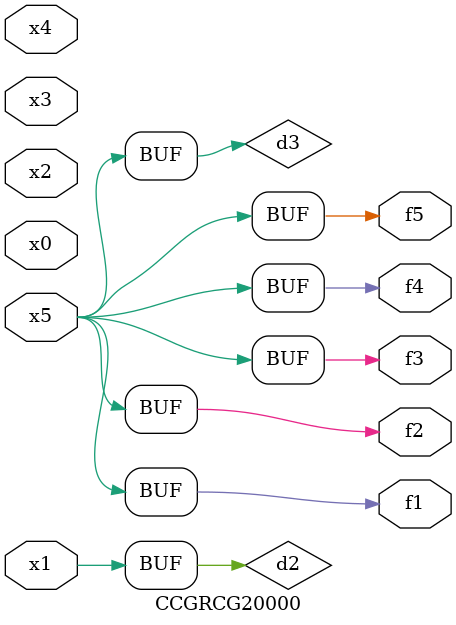
<source format=v>
module CCGRCG20000(
	input x0, x1, x2, x3, x4, x5,
	output f1, f2, f3, f4, f5
);

	wire d1, d2, d3;

	not (d1, x5);
	or (d2, x1);
	xnor (d3, d1);
	assign f1 = d3;
	assign f2 = d3;
	assign f3 = d3;
	assign f4 = d3;
	assign f5 = d3;
endmodule

</source>
